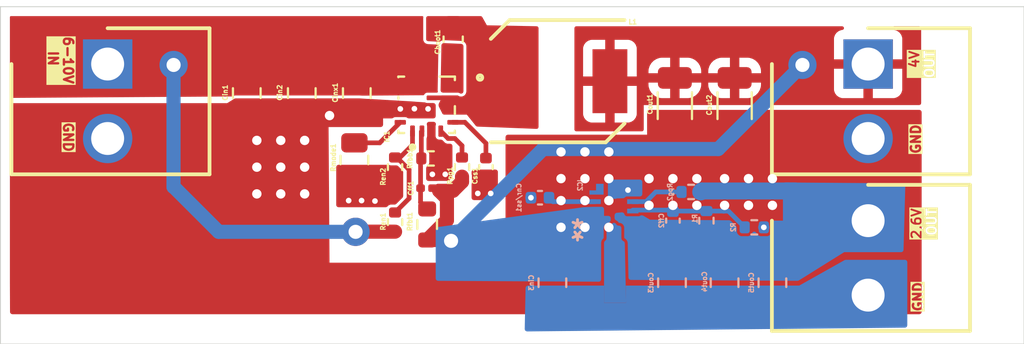
<source format=kicad_pcb>
(kicad_pcb (version 20240108) (generator "pcbnew") (generator_version "8.0")
  (layers (0 "F.Cu" mixed) (1 "In1.Cu" mixed) (2 "In2.Cu" power) (31 "B.Cu" signal) (34 "B.Paste" user) (35 "F.Paste" user) (36 "B.SilkS" user "B.Silkscreen") (37 "F.SilkS" user "F.Silkscreen") (38 "B.Mask" user) (39 "F.Mask" user) (44 "Edge.Cuts" user))
  (net 0 "")
  (net 1 "/SW_Buck")
  (net 2 "/BOOT_Buck")
  (net 3 "/FB_Buck")
  (net 4 "/FB_LDO")
  (net 5 "/Vout2_2,6V")
  (net 6 "/Vin_6V")
  (net 7 "AGND")
  (net 8 "/NR_SS_LDO")
  (net 9 "/SS_Buck")
  (net 10 "/EN_Buck")
  (net 11 "/MODE_Buck")
  (net 12 "/PG_Buck")
  (net 13 "/PG_LDO")
  (net 14 "PGND")
  (net 15 "/Vout1_4V")
  (footprint "Capacitor_SMD:C_1206_3216Metric" (layer "F.Cu") (at 118.364 37.369 -90)
    (property "Reference" "Cout1" (at -0.0818 1.3208 90) (layer "F.SilkS") (effects (font (size 0.25 0.25))))
    (property "Value" "47uF")
    (fp_line (start -0.711252 0.91) (end 0.711252 0.91) (stroke (width 0.12)) (layer "F.SilkS"))
    (fp_line (start -0.711252 -0.91) (end 0.711252 -0.91) (stroke (width 0.12)) (layer "F.SilkS"))
    (pad "1" smd roundrect (at -1.475 0 270) (size 1.15 1.8) (layers "F.Cu" "F.Paste" "F.Mask") (roundrect_rratio 0.217391) (net 15 "/Vout1_4V"))
    (pad "2" smd roundrect (at 1.475 0 270) (size 1.15 1.8) (layers "F.Cu" "F.Paste" "F.Mask") (roundrect_rratio 0.217391) (net 14 "PGND"))
  )
  (footprint "Capacitor_SMD:C_0402_1005Metric" (layer "F.Cu") (at 108.331 40.64 -90)
    (property "Reference" "Css1" (at 0.4572 0.5842 90) (layer "F.SilkS") (effects (font (size 0.25 0.25))))
    (property "Value" "22nF")
    (fp_line (start -0.107836 0.36) (end 0.107836 0.36) (stroke (width 0.12)) (layer "F.SilkS"))
    (fp_line (start -0.107836 -0.36) (end 0.107836 -0.36) (stroke (width 0.12)) (layer "F.SilkS"))
    (pad "1" smd roundrect (at -0.48 0 270) (size 0.56 0.62) (layers "F.Cu" "F.Paste" "F.Mask") (net 9 "/SS_Buck"))
    (pad "2" smd roundrect (at 0.48 0 270) (size 0.56 0.62) (layers "F.Cu" "F.Paste" "F.Mask") (net 7 "AGND"))
  )
  (footprint "Capacitor_SMD:C_0805_2012Metric" (layer "F.Cu") (at 98.552 36.703 -90)
    (property "Reference" "Cin2" (at -0.0254 1.1684 90) (layer "F.SilkS") (effects (font (size 0.25 0.25))))
    (property "Value" "10uF")
    (fp_line (start -0.261252 0.735) (end 0.261252 0.735) (stroke (width 0.12)) (layer "F.SilkS"))
    (fp_line (start -0.261252 -0.735) (end 0.261252 -0.735) (stroke (width 0.12)) (layer "F.SilkS"))
    (pad "1" smd roundrect (at -0.95 0 270) (size 1 1.45) (layers "F.Cu" "F.Paste" "F.Mask") (net 6 "/Vin_6V"))
    (pad "2" smd roundrect (at 0.95 0 270) (size 1 1.45) (layers "F.Cu" "F.Paste" "F.Mask") (net 14 "PGND"))
  )
  (footprint "Resistor_SMD:R_0402_1005Metric" (layer "F.Cu") (at 105.41 40.176)
    (property "Reference" "Rfbb1" (at -1.1176 0.0068 90) (layer "F.SilkS") (effects (font (size 0.25 0.25))))
    (property "Value" "5.23k")
    (fp_line (start -0.153641 -0.38) (end 0.153641 -0.38) (stroke (width 0.12)) (layer "F.SilkS"))
    (fp_line (start -0.153641 0.38) (end 0.153641 0.38) (stroke (width 0.12)) (layer "F.SilkS"))
    (pad "1" smd roundrect (at -0.51 0) (size 0.54 0.64) (layers "F.Cu" "F.Paste" "F.Mask") (net 3 "/FB_Buck"))
    (pad "2" smd roundrect (at 0.51 0) (size 0.54 0.64) (layers "F.Cu" "F.Paste" "F.Mask") (net 7 "AGND"))
  )
  (footprint "Resistor_SMD:R_0402_1005Metric" (layer "F.Cu") (at 103.505 43.561 90)
    (property "Reference" "Ren1" (at 0.0254 -0.635 90) (layer "F.SilkS") (effects (font (size 0.25 0.25))))
    (property "Value" "150k")
    (fp_line (start -0.153641 -0.38) (end 0.153641 -0.38) (stroke (width 0.12)) (layer "F.SilkS"))
    (fp_line (start -0.153641 0.38) (end 0.153641 0.38) (stroke (width 0.12)) (layer "F.SilkS"))
    (pad "1" smd roundrect (at -0.51 0 90) (size 0.54 0.64) (layers "F.Cu" "F.Paste" "F.Mask") (net 6 "/Vin_6V"))
    (pad "2" smd roundrect (at 0.51 0 90) (size 0.54 0.64) (layers "F.Cu" "F.Paste" "F.Mask") (net 10 "/EN_Buck"))
  )
  (footprint "supadupaconnector:SHDR2W155P0X396_1X2_777X1001X1184P" (layer "F.Cu") (at 128.628 35.156 -90)
    (property "Reference" "J2" (at 0 0 90) (layer "F.SilkS") (effects (font (size 0.25 0.25) (thickness 0.254))))
    (property "Value" "B2P-VH_LF__SN_" (hide yes))
    (fp_line (start 0 5.11) (end 5.865 5.11) (stroke (width 0.2)) (layer "F.SilkS"))
    (fp_line (start 5.865 5.11) (end 5.865 -5.41) (stroke (width 0.2)) (layer "F.SilkS"))
    (fp_line (start -1.905 -5.41) (end -1.905 0) (stroke (width 0.2)) (layer "F.SilkS"))
    (fp_line (start 5.865 -5.41) (end -1.905 -5.41) (stroke (width 0.2)) (layer "F.SilkS"))
    (pad "1" thru_hole rect (at 0 0 270) (size 2.625 2.625) (drill 1.75) (layers "*.Cu" "*.Mask") (net 15 "/Vout1_4V"))
    (pad "2" thru_hole circle (at 3.96 0 270) (size 2.625 2.625) (drill 1.75) (layers "*.Cu" "*.Mask") (net 14 "PGND"))
  )
  (footprint "TPS56837RPAR:CONV_TPS56837RPAR" (layer "F.Cu") (at 105.182002 37.324001 90)
    (property "Reference" "IC1" (at -1.690399 -2.108802 90) (layer "F.SilkS") (effects (font (size 0.25 0.25) (thickness 0.0625))))
    (property "Value" "TPS56837RPAR")
    (fp_line (start 1.47 -1.5) (end 1.5 -1.5) (stroke (width 0.127)) (layer "F.SilkS"))
    (fp_line (start 0.43 -1.5) (end 0.31 -1.5) (stroke (width 0.127)) (layer "F.SilkS"))
    (fp_line (start -1.375 -1.5) (end -1.5 -1.5) (stroke (width 0.127)) (layer "F.SilkS"))
    (fp_line (start -1.5 -1.5) (end -1.5 -1.195) (stroke (width 0.127)) (layer "F.SilkS"))
    (fp_line (start 1.5 -1.195) (end 1.5 -1.5) (stroke (width 0.127)) (layer "F.SilkS"))
    (fp_line (start 1.5 1.5) (end 1.5 0.695) (stroke (width 0.127)) (layer "F.SilkS"))
    (fp_line (start 1.315 1.5) (end 1.5 1.5) (stroke (width 0.127)) (layer "F.SilkS"))
    (fp_line (start -0.485 1.5) (end -0.075 1.5) (stroke (width 0.127)) (layer "F.SilkS"))
    (fp_line (start -1.375 1.5) (end -1.5 1.5) (stroke (width 0.127)) (layer "F.SilkS"))
    (fp_line (start -1.5 1.5) (end -1.5 1.195) (stroke (width 0.127)) (layer "F.SilkS"))
    (fp_circle (center -2.25 -0.75) (end -2.15 -0.75) (stroke (width 0.2)) (fill none) (layer "F.SilkS"))
    (pad "1" smd roundrect (at -1.4 -0.75 90) (size 0.6 0.25) (layers "F.Cu") (roundrect_rratio 0.2) (net 10 "/EN_Buck"))
    (pad "2" smd roundrect (at -1.4 -0.25 90) (size 0.6 0.25) (layers "F.Cu") (roundrect_rratio 0.2) (net 3 "/FB_Buck"))
    (pad "3" smd roundrect (at -1.4 0.25 90) (size 0.6 0.25) (layers "F.Cu") (roundrect_rratio 0.2) (net 7 "AGND"))
    (pad "4" smd roundrect (at -1.4 0.75 90) (size 0.6 0.25) (layers "F.Cu") (roundrect_rratio 0.2) (net 12 "/PG_Buck"))
    (pad "5" smd roundrect (at -0.93 1.4 90) (size 0.25 0.6) (layers "F.Cu") (roundrect_rratio 0.2) (net 9 "/SS_Buck"))
    (pad "6" smd roundrect (at 0.37 0.85 90) (size 0.25 1.7) (layers "F.Cu") (roundrect_rratio 0.2) (net 1 "/SW_Buck"))
    (pad "7" smd roundrect (at 0.87 1.4 90) (size 0.25 0.6) (layers "F.Cu") (roundrect_rratio 0.2) (net 2 "/BOOT_Buck"))
    (pad "8" smd custom (at 0.95 -0.65 90) (size 0.25 1.8) (layers "F.Cu") (net 6 "/Vin_6V") (options (clearance outline) (anchor rect)) (primitives (gr_poly (pts (xy 0.15 -1.05) (xy -0.15 -1.05) (xy -0.153 -1.05) (xy -0.155 -1.05) (xy -0.158 -1.049) (xy -0.16 -1.049) (xy -0.163 -1.048) (xy -0.165 -1.048) (xy -0.168 -1.047) (xy -0.17 -1.046) (xy -0.173 -1.045) (xy -0.175 -1.043) (xy -0.177 -1.042) (xy -0.179 -1.04) (xy -0.181 -1.039) (xy -0.183 -1.037) (xy -0.185 -1.035) (xy -0.187 -1.033) (xy -0.189 -1.031) (xy -0.19 -1.029) (xy -0.192 -1.027) (xy -0.193 -1.025) (xy -0.195 -1.023) (xy -0.196 -1.02) (xy -0.197 -1.018) (xy -0.198 -1.015) (xy -0.198 -1.013) (xy -0.199 -1.01) (xy -0.199 -1.008) (xy -0.2 -1.005) (xy -0.2 -1.003) (xy -0.2 -1) (xy -0.2 1) (xy -0.2 1.003) (xy -0.2 1.005) (xy -0.199 1.008) (xy -0.199 1.01) (xy -0.198 1.013) (xy -0.198 1.015) (xy -0.197 1.018) (xy -0.196 1.02) (xy -0.195 1.023) (xy -0.193 1.025) (xy -0.192 1.027) (xy -0.19 1.029) (xy -0.189 1.031) (xy -0.187 1.033) (xy -0.185 1.035) (xy -0.183 1.037) (xy -0.181 1.039) (xy -0.179 1.04) (xy -0.177 1.042) (xy -0.175 1.043) (xy -0.173 1.045) (xy -0.17 1.046) (xy -0.168 1.047) (xy -0.165 1.048) (xy -0.163 1.048) (xy -0.16 1.049) (xy -0.158 1.049) (xy -0.155 1.05) (xy -0.153 1.05) (xy -0.15 1.05) (xy 0.2 1.05) (xy 0.2 1.025) (xy 0.71 1.025) (xy 0.713 1.025) (xy 0.715 1.025) (xy 0.718 1.024) (xy 0.72 1.024) (xy 0.723 1.023) (xy 0.725 1.023) (xy 0.728 1.022) (xy 0.73 1.021) (xy 0.733 1.02) (xy 0.735 1.018) (xy 0.737 1.017) (xy 0.739 1.015) (xy 0.741 1.014) (xy 0.743 1.012) (xy 0.745 1.01) (xy 0.747 1.008) (xy 0.749 1.006) (xy 0.75 1.004) (xy 0.752 1.002) (xy 0.753 1) (xy 0.755 0.998) (xy 0.756 0.995) (xy 0.757 0.993) (xy 0.758 0.99) (xy 0.758 0.988) (xy 0.759 0.985) (xy 0.759 0.983) (xy 0.76 0.98) (xy 0.76 0.978) (xy 0.76 0.975) (xy 0.76 0.825) (xy 0.76 0.822) (xy 0.76 0.82) (xy 0.759 0.817) (xy 0.759 0.815) (xy 0.758 0.812) (xy 0.758 0.81) (xy 0.757 0.807) (xy 0.756 0.805) (xy 0.755 0.802) (xy 0.753 0.8) (xy 0.752 0.798) (xy 0.75 0.796) (xy 0.749 0.794) (xy 0.747 0.792) (xy 0.745 0.79) (xy 0.743 0.788) (xy 0.741 0.786) (xy 0.739 0.785) (xy 0.737 0.783) (xy 0.735 0.782) (xy 0.733 0.78) (xy 0.73 0.779) (xy 0.728 0.778) (xy 0.725 0.777) (xy 0.723 0.777) (xy 0.72 0.776) (xy 0.718 0.776) (xy 0.715 0.775) (xy 0.713 0.775) (xy 0.71 0.775) (xy 0.2 0.775) (xy 0.2 0.525) (xy 0.71 0.525) (xy 0.713 0.525) (xy 0.715 0.525) (xy 0.718 0.524) (xy 0.72 0.524) (xy 0.723 0.523) (xy 0.725 0.523) (xy 0.728 0.522) (xy 0.73 0.521) (xy 0.733 0.52) (xy 0.735 0.518) (xy 0.737 0.517) (xy 0.739 0.515) (xy 0.741 0.514) (xy 0.743 0.512) (xy 0.745 0.51) (xy 0.747 0.508) (xy 0.749 0.506) (xy 0.75 0.504) (xy 0.752 0.502) (xy 0.753 0.5) (xy 0.755 0.498) (xy 0.756 0.495) (xy 0.757 0.493) (xy 0.758 0.49) (xy 0.758 0.488) (xy 0.759 0.485) (xy 0.759 0.483) (xy 0.76 0.48) (xy 0.76 0.478) (xy 0.76 0.475) (xy 0.76 0.325) (xy 0.76 0.322) (xy 0.76 0.32) (xy 0.759 0.317) (xy 0.759 0.315) (xy 0.758 0.312) (xy 0.758 0.31) (xy 0.757 0.307) (xy 0.756 0.305) (xy 0.755 0.302) (xy 0.753 0.3) (xy 0.752 0.298) (xy 0.75 0.296) (xy 0.749 0.294) (xy 0.747 0.292) (xy 0.745 0.29) (xy 0.743 0.288) (xy 0.741 0.286) (xy 0.739 0.285) (xy 0.737 0.283) (xy 0.735 0.282) (xy 0.733 0.28) (xy 0.73 0.279) (xy 0.728 0.278) (xy 0.725 0.277) (xy 0.723 0.277) (xy 0.72 0.276) (xy 0.718 0.276) (xy 0.715 0.275) (xy 0.713 0.275) (xy 0.71 0.275) (xy 0.2 0.275) (xy 0.2 0.025) (xy 0.71 0.025) (xy 0.713 0.025) (xy 0.715 0.025) (xy 0.718 0.024) (xy 0.72 0.024) (xy 0.723 0.023) (xy 0.725 0.023) (xy 0.728 0.022) (xy 0.73 0.021) (xy 0.733 0.02) (xy 0.735 0.018) (xy 0.737 0.017) (xy 0.739 0.015) (xy 0.741 0.014) (xy 0.743 0.012) (xy 0.745 0.01) (xy 0.747 0.008) (xy 0.749 0.006) (xy 0.75 0.004) (xy 0.752 0.002) (xy 0.753 0) (xy 0.755 -0.002) (xy 0.756 -0.005) (xy 0.757 -0.007) (xy 0.758 -0.01) (xy 0.758 -0.012) (xy 0.759 -0.015) (xy 0.759 -0.017) (xy 0.76 -0.02) (xy 0.76 -0.022) (xy 0.76 -0.025) (xy 0.76 -0.175) (xy 0.76 -0.178) (xy 0.76 -0.18) (xy 0.759 -0.183) (xy 0.759 -0.185) (xy 0.758 -0.188) (xy 0.758 -0.19) (xy 0.757 -0.193) (xy 0.756 -0.195) (xy 0.755 -0.198) (xy 0.753 -0.2) (xy 0.752 -0.202) (xy 0.75 -0.204) (xy 0.749 -0.206) (xy 0.747 -0.208) (xy 0.745 -0.21) (xy 0.743 -0.212) (xy 0.741 -0.214) (xy 0.739 -0.215) (xy 0.737 -0.217) (xy 0.735 -0.218) (xy 0.733 -0.22) (xy 0.73 -0.221) (xy 0.728 -0.222) (xy 0.725 -0.223) (xy 0.723 -0.223) (xy 0.72 -0.224) (xy 0.718 -0.224) (xy 0.715 -0.225) (xy 0.713 -0.225) (xy 0.71 -0.225) (xy 0.2 -0.225) (xy 0.2 -1) (xy 0.2 -1.003) (xy 0.2 -1.005) (xy 0.199 -1.008) (xy 0.199 -1.01) (xy 0.198 -1.013) (xy 0.198 -1.015) (xy 0.197 -1.018) (xy 0.196 -1.02) (xy 0.195 -1.023) (xy 0.193 -1.025) (xy 0.192 -1.027) (xy 0.19 -1.029) (xy 0.189 -1.031) (xy 0.187 -1.033) (xy 0.185 -1.035) (xy 0.183 -1.037) (xy 0.181 -1.039) (xy 0.179 -1.04) (xy 0.177 -1.042) (xy 0.175 -1.043) (xy 0.173 -1.045) (xy 0.17 -1.046) (xy 0.168 -1.047) (xy 0.165 -1.048) (xy 0.163 -1.048) (xy 0.16 -1.049) (xy 0.158 -1.049) (xy 0.155 -1.05) (xy 0.153 -1.05) (xy 0.15 -1.05)) (width 0.01) (fill yes))))
    (pad "9" smd roundrect (at -0.21 -0.65 90) (size 0.4 2.1) (layers "F.Cu") (roundrect_rratio 0.125) (net 14 "PGND"))
    (pad "10" smd roundrect (at -0.93 -1.4 90) (size 0.25 0.6) (layers "F.Cu") (roundrect_rratio 0.2) (net 11 "/MODE_Buck"))
  )
  (footprint "zzzzinduktor4.7:SPM6530" (layer "F.Cu") (at 112.141 36.068)
    (property "Reference" "L1" (at 3.9878 -3.1496 0) (layer "F.SilkS") (effects (font (size 0.25 0.25) (thickness 0.254))))
    (property "Value" "4.7uH" (hide yes))
    (fp_line (start -3.55 -2.25) (end -2.55 -3.25) (stroke (width 0.2)) (layer "F.SilkS"))
    (fp_line (start -2.55 -3.25) (end 3.55 -3.25) (stroke (width 0.2)) (layer "F.SilkS"))
    (fp_line (start 2.55 3.25) (end -3.55 3.25) (stroke (width 0.2)) (layer "F.SilkS"))
    (fp_line (start 3.55 2.25) (end 2.55 3.25) (stroke (width 0.2)) (layer "F.SilkS"))
    (fp_circle (center -4.126 -0.193) (end -4.126 -0.07343) (stroke (width 0.2)) (fill none) (layer "F.SilkS"))
    (pad "1" smd rect (at -2.775 0) (size 1.85 3.4) (layers "F.Cu" "F.Paste" "F.Mask") (net 1 "/SW_Buck"))
    (pad "2" smd rect (at 2.775 0) (size 1.85 3.4) (layers "F.Cu" "F.Paste" "F.Mask") (net 15 "/Vout1_4V"))
  )
  (footprint "Capacitor_SMD:C_0201_0603Metric" (layer "F.Cu") (at 105.18 41.7576 180)
    (property "Reference" "Cff1" (at 0.8368 0 -90) (layer "F.SilkS") (effects (font (size 0.25 0.25))))
    (property "Value" "150pF")
    (pad "1" smd roundrect (at -0.32 0 180) (size 0.46 0.4) (layers "F.Cu" "F.Mask") (net 15 "/Vout1_4V"))
    (pad "2" smd roundrect (at 0.32 0 180) (size 0.46 0.4) (layers "F.Cu" "F.Mask") (net 3 "/FB_Buck"))
  )
  (footprint "Resistor_SMD:R_0603_1608Metric" (layer "F.Cu") (at 105.21 43.688 90)
    (property "Reference" "Rfbt1" (at 0.1524 -0.9176 90) (layer "F.SilkS") (effects (font (size 0.25 0.25))))
    (property "Value" "30k")
    (fp_line (start -0.237258 -0.5225) (end 0.237258 -0.5225) (stroke (width 0.12)) (layer "F.SilkS"))
    (fp_line (start -0.237258 0.5225) (end 0.237258 0.5225) (stroke (width 0.12)) (layer "F.SilkS"))
    (pad "1" smd roundrect (at -0.825 0 90) (size 0.8 0.95) (layers "F.Cu" "F.Paste" "F.Mask") (net 15 "/Vout1_4V"))
    (pad "2" smd roundrect (at 0.825 0 90) (size 0.8 0.95) (layers "F.Cu" "F.Paste" "F.Mask") (net 3 "/FB_Buck"))
  )
  (footprint "Resistor_SMD:R_0402_1005Metric" (layer "F.Cu") (at 103.505 40.636 90)
    (property "Reference" "Ren2" (at -0.512 -0.635 90) (layer "F.SilkS") (effects (font (size 0.25 0.25))))
    (property "Value" "100k")
    (fp_line (start -0.153641 -0.38) (end 0.153641 -0.38) (stroke (width 0.12)) (layer "F.SilkS"))
    (fp_line (start -0.153641 0.38) (end 0.153641 0.38) (stroke (width 0.12)) (layer "F.SilkS"))
    (pad "1" smd roundrect (at -0.51 0 90) (size 0.54 0.64) (layers "F.Cu" "F.Paste" "F.Mask") (net 7 "AGND"))
    (pad "2" smd roundrect (at 0.51 0 90) (size 0.54 0.64) (layers "F.Cu" "F.Paste" "F.Mask") (net 10 "/EN_Buck"))
  )
  (footprint "supadupaconnector:SHDR2W155P0X396_1X2_777X1001X1184P" (layer "F.Cu") (at 128.628 43.486 -90)
    (property "Reference" "J3" (at 0 0 90) (layer "F.SilkS") (effects (font (size 0.25 0.25) (thickness 0.254))))
    (property "Value" "B2P-VH_LF__SN_" (hide yes))
    (fp_line (start 0 5.11) (end 5.865 5.11) (stroke (width 0.2)) (layer "F.SilkS"))
    (fp_line (start 5.865 5.11) (end 5.865 -5.41) (stroke (width 0.2)) (layer "F.SilkS"))
    (fp_line (start -1.905 -5.41) (end -1.905 0) (stroke (width 0.2)) (layer "F.SilkS"))
    (fp_line (start 5.865 -5.41) (end -1.905 -5.41) (stroke (width 0.2)) (layer "F.SilkS"))
    (pad "1" thru_hole rect (at 0 0 270) (size 2.625 2.625) (drill 1.75) (layers "*.Cu" "*.Mask") (net 5 "/Vout2_2,6V"))
    (pad "2" thru_hole circle (at 3.96 0 270) (size 2.625 2.625) (drill 1.75) (layers "*.Cu" "*.Mask") (net 14 "PGND"))
  )
  (footprint "Capacitor_SMD:C_0805_2012Metric" (layer "F.Cu") (at 95.631 36.703 -90)
    (property "Reference" "Cin1" (at -0.0254 1.143 90) (layer "F.SilkS") (effects (font (size 0.25 0.25) (thickness 0.125))))
    (property "Value" "10uF")
    (fp_line (start -0.261252 0.735) (end 0.261252 0.735) (stroke (width 0.12)) (layer "F.SilkS"))
    (fp_line (start -0.261252 -0.735) (end 0.261252 -0.735) (stroke (width 0.12)) (layer "F.SilkS"))
    (pad "1" smd roundrect (at -0.95 0 270) (size 1 1.45) (layers "F.Cu" "F.Paste" "F.Mask") (net 6 "/Vin_6V"))
    (pad "2" smd roundrect (at 0.95 0 270) (size 1 1.45) (layers "F.Cu" "F.Paste" "F.Mask") (net 14 "PGND"))
  )
  (footprint "Resistor_SMD:R_0805_2012Metric" (layer "F.Cu") (at 101.346 40.259 -90)
    (property "Reference" "Rmode1" (at -0.127 1.1176 90) (layer "F.SilkS") (effects (font (size 0.25 0.25))))
    (property "Value" "30.1k")
    (fp_line (start -0.227064 0.735) (end 0.227064 0.735) (stroke (width 0.12)) (layer "F.SilkS"))
    (fp_line (start -0.227064 -0.735) (end 0.227064 -0.735) (stroke (width 0.12)) (layer "F.SilkS"))
    (pad "1" smd roundrect (at -0.9125 0 270) (size 1.025 1.4) (layers "F.Cu" "F.Paste" "F.Mask") (roundrect_rratio 0.243902) (net 11 "/MODE_Buck"))
    (pad "2" smd roundrect (at 0.9125 0 270) (size 1.025 1.4) (layers "F.Cu" "F.Paste" "F.Mask") (roundrect_rratio 0.243902) (net 7 "AGND"))
  )
  (footprint "Capacitor_SMD:C_1206_3216Metric" (layer "F.Cu") (at 121.539 37.369 -90)
    (property "Reference" "Cout2" (at -0.031 1.3462 90) (layer "F.SilkS") (effects (font (size 0.25 0.25))))
    (property "Value" "47uF")
    (fp_line (start -0.711252 0.91) (end 0.711252 0.91) (stroke (width 0.12)) (layer "F.SilkS"))
    (fp_line (start -0.711252 -0.91) (end 0.711252 -0.91) (stroke (width 0.12)) (layer "F.SilkS"))
    (pad "1" smd roundrect (at -1.475 0 270) (size 1.15 1.8) (layers "F.Cu" "F.Paste" "F.Mask") (roundrect_rratio 0.217391) (net 15 "/Vout1_4V"))
    (pad "2" smd roundrect (at 1.475 0 270) (size 1.15 1.8) (layers "F.Cu" "F.Paste" "F.Mask") (roundrect_rratio 0.217391) (net 14 "PGND"))
  )
  (footprint "supadupaconnector:SHDR2W155P0X396_1X2_777X1001X1184P" (layer "F.Cu") (at 88.242 35.156 -90)
    (property "Reference" "J1" (at 0 0 90) (layer "F.SilkS") (effects (font (size 0.25 0.25) (thickness 0.254))))
    (property "Value" "B2P-VH_LF__SN_" (hide yes))
    (fp_line (start 0 5.11) (end 5.865 5.11) (stroke (width 0.2)) (layer "F.SilkS"))
    (fp_line (start 5.865 5.11) (end 5.865 -5.41) (stroke (width 0.2)) (layer "F.SilkS"))
    (fp_line (start -1.905 -5.41) (end -1.905 0) (stroke (width 0.2)) (layer "F.SilkS"))
    (fp_line (start 5.865 -5.41) (end -1.905 -5.41) (stroke (width 0.2)) (layer "F.SilkS"))
    (pad "1" thru_hole rect (at 0 0 270) (size 2.625 2.625) (drill 1.75) (layers "*.Cu" "*.Mask") (net 6 "/Vin_6V"))
    (pad "2" thru_hole circle (at 3.96 0 270) (size 2.625 2.625) (drill 1.75) (layers "*.Cu" "*.Mask") (net 14 "PGND"))
  )
  (footprint "Resistor_SMD:R_0402_1005Metric" (layer "F.Cu") (at 107.061 40.636 -90)
    (property "Reference" "Rpg1" (at 0.4612 0.635 90) (layer "F.SilkS") (effects (font (size 0.25 0.25))))
    (property "Value" "100k")
    (fp_line (start -0.153641 0.38) (end 0.153641 0.38) (stroke (width 0.12)) (layer "F.SilkS"))
    (fp_line (start -0.153641 -0.38) (end 0.153641 -0.38) (stroke (width 0.12)) (layer "F.SilkS"))
    (pad "1" smd roundrect (at -0.51 0 270) (size 0.54 0.64) (layers "F.Cu" "F.Paste" "F.Mask") (net 12 "/PG_Buck"))
    (pad "2" smd roundrect (at 0.51 0 270) (size 0.54 0.64) (layers "F.Cu" "F.Paste" "F.Mask") (net 15 "/Vout1_4V"))
  )
  (footprint "Capacitor_SMD:C_0603_1608Metric" (layer "F.Cu") (at 106.592001 33.8328 90)
    (property "Reference" "Cboot1" (at -0.1524 -0.826401 90) (layer "F.SilkS") (effects (font (size 0.25 0.25))))
    (property "Value" "100nF")
    (fp_line (start -0.14058 -0.51) (end 0.14058 -0.51) (stroke (width 0.12)) (layer "F.SilkS"))
    (fp_line (start -0.14058 0.51) (end 0.14058 0.51) (stroke (width 0.12)) (layer "F.SilkS"))
    (pad "1" smd roundrect (at -0.775 0 90) (size 0.9 0.95) (layers "F.Cu" "F.Paste" "F.Mask") (net 2 "/BOOT_Buck"))
    (pad "2" smd roundrect (at 0.775 0 90) (size 0.9 0.95) (layers "F.Cu" "F.Paste" "F.Mask") (net 1 "/SW_Buck"))
  )
  (footprint "Capacitor_SMD:C_0805_2012Metric" (layer "F.Cu") (at 101.473 36.703 -90)
    (property "Reference" "Cinx1" (at -0.0254 1.143 90) (layer "F.SilkS") (effects (font (size 0.25 0.25))))
    (property "Value" "100nF")
    (fp_line (start -0.261252 0.735) (end 0.261252 0.735) (stroke (width 0.12)) (layer "F.SilkS"))
    (fp_line (start -0.261252 -0.735) (end 0.261252 -0.735) (stroke (width 0.12)) (layer "F.SilkS"))
    (pad "1" smd roundrect (at -0.95 0 270) (size 1 1.45) (layers "F.Cu" "F.Paste" "F.Mask") (net 6 "/Vin_6V"))
    (pad "2" smd roundrect (at 0.95 0 270) (size 1 1.45) (layers "F.Cu" "F.Paste" "F.Mask") (net 14 "PGND"))
  )
  (footprint "7A53:VQFN-HR12_RPS_TEX" (layer "B.Cu") (at 115.130599 42.9749)
    (property "Reference" "IC2" (at -1.795799 -1.3697 90) (layer "B.SilkS") (effects (font (size 0.25 0.25) (thickness 0.0625)) (justify mirror)))
    (property "Value" "TPS7A53B")
    (fp_text user "*" (at -1.935 1.000252 0) (layer "B.SilkS") (effects (justify mirror)))
    (fp_text user "*" (at -1.935 1.000252 180) (layer "B.SilkS") (effects (justify mirror)))
    (pad "1" smd custom (at -0.75 1.165001) (size 0.4 0.570003) (layers "B.Cu" "B.Paste" "B.Mask") (net 15 "/Vout1_4V") (options (clearance outline) (anchor rect)) (primitives (gr_poly (pts (xy -0.2 0.285002) (xy -0.2 -0.065004) (xy -0.550006 -0.065004) (xy -0.550006 -0.289998) (xy 0.2 -0.290004) (xy 0.2 0.285002)) (width 0) (fill yes))))
    (pad "2" smd rect (at -0.775001 0.500126) (size 1.050011 0.250012) (layers "B.Cu" "B.Paste" "B.Mask") (net 15 "/Vout1_4V"))
    (pad "3" smd rect (at -1.000001 0) (size 0.6 0.25) (layers "B.Cu" "B.Paste" "B.Mask") (net 15 "/Vout1_4V"))
    (pad "4" smd rect (at -1.000001 -0.500126) (size 0.6 0.25) (layers "B.Cu" "B.Paste" "B.Mask") (net 8 "/NR_SS_LDO"))
    (pad "5" smd custom (at -0.750001 -0.9875) (size 0.127 0.127) (layers "B.Cu" "B.Paste" "B.Mask") (options (clearance outline) (anchor rect)) (primitives (gr_poly (pts (xy -0.199999 -0.462503) (xy -0.199999 -0.112497) (xy -0.550005 -0.112497) (xy -0.550005 0.112503) (xy 0.200001 0.112503) (xy 0.200001 -0.462503)) (width 0) (fill yes))))
    (pad "6" smd rect (at 0 -1.05) (size 0.250012 0.799998) (layers "B.Cu" "B.Paste" "B.Mask") (net 14 "PGND"))
    (pad "7" smd custom (at 0.749999 -0.9875) (size 0.127 0.127) (layers "B.Cu" "B.Paste" "B.Mask") (net 14 "PGND") (options (clearance outline) (anchor rect)) (primitives (gr_poly (pts (xy 0.200001 -0.462503) (xy 0.200001 -0.112497) (xy 0.550007 -0.112497) (xy 0.550007 0.112503) (xy -0.199999 0.112503) (xy -0.199999 -0.462503)) (width 0) (fill yes))))
    (pad "8" smd rect (at 1.000001 -0.500126) (size 0.6 0.25) (layers "B.Cu" "B.Paste" "B.Mask") (net 13 "/PG_LDO"))
    (pad "9" smd rect (at 1.000001 0) (size 0.6 0.25) (layers "B.Cu" "B.Paste" "B.Mask") (net 4 "/FB_LDO"))
    (pad "10" smd rect (at 0.775001 0.500126) (size 1.050011 0.250012) (layers "B.Cu" "B.Paste" "B.Mask") (net 5 "/Vout2_2,6V"))
    (pad "11" smd custom (at 0.750001 0.9875) (size 0.127 0.127) (layers "B.Cu" "B.Paste" "B.Mask") (net 5 "/Vout2_2,6V") (options (clearance outline) (anchor rect)) (primitives (gr_poly (pts (xy 0.199999 0.462503) (xy 0.199999 0.112497) (xy 0.550005 0.112497) (xy 0.550005 -0.112497) (xy -0.200001 -0.112503) (xy -0.200001 0.462503)) (width 0) (fill yes))))
    (pad "12" smd rect (at 0 1.15 270) (size 0.6 0.25) (layers "B.Cu" "B.Paste" "B.Mask") (net 14 "PGND"))
  )
  (footprint "Resistor_SMD:R_0402_1005Metric" (layer "B.Cu") (at 122.5824 43.8404)
    (property "Reference" "R2" (at -1.1196 0 90) (layer "B.SilkS") (effects (font (size 0.25 0.25) (thickness 0.0625)) (justify mirror)))
    (property "Value" "2.87k")
    (fp_line (start 0.153641 -0.38) (end -0.153641 -0.38) (stroke (width 0.12)) (layer "B.SilkS"))
    (fp_line (start 0.153641 0.38) (end -0.153641 0.38) (stroke (width 0.12)) (layer "B.SilkS"))
    (pad "1" smd roundrect (at -0.51 0) (size 0.54 0.64) (layers "B.Cu" "B.Paste" "B.Mask") (net 4 "/FB_LDO"))
    (pad "2" smd roundrect (at 0.51 0) (size 0.54 0.64) (layers "B.Cu" "B.Paste" "B.Mask") (net 14 "PGND"))
  )
  (footprint "Resistor_SMD:R_0805_2012Metric" (layer "B.Cu") (at 123.5456 46.7849 -90)
    (property "Reference" "Cout5" (at 0 1.1176 90) (layer "B.SilkS") (effects (font (size 0.25 0.25) (thickness 0.0625)) (justify mirror)))
    (property "Value" "47uF")
    (fp_line (start 0.227064 0.735) (end -0.227064 0.735) (stroke (width 0.12)) (layer "B.SilkS"))
    (fp_line (start 0.227064 -0.735) (end -0.227064 -0.735) (stroke (width 0.12)) (layer "B.SilkS"))
    (pad "1" smd roundrect (at -0.9125 0 270) (size 1.025 1.4) (layers "B.Cu" "B.Paste" "B.Mask") (roundrect_rratio 0.243902) (net 5 "/Vout2_2,6V"))
    (pad "2" smd roundrect (at 0.9125 0 270) (size 1.025 1.4) (layers "B.Cu" "B.Paste" "B.Mask") (roundrect_rratio 0.243902) (net 14 "PGND"))
  )
  (footprint "Resistor_SMD:R_0402_1005Metric" (layer "B.Cu") (at 119.2276 41.9589)
    (property "Reference" "Rpg2" (at -1.1176 0.0019 -90) (layer "B.SilkS") (effects (font (size 0.25 0.25) (thickness 0.0625)) (justify mirror)))
    (property "Value" "100k")
    (fp_line (start 0.153641 -0.38) (end -0.153641 -0.38) (stroke (width 0.12)) (layer "B.SilkS"))
    (fp_line (start 0.153641 0.38) (end -0.153641 0.38) (stroke (width 0.12)) (layer "B.SilkS"))
    (pad "1" smd roundrect (at -0.51 0) (size 0.54 0.64) (layers "B.Cu" "B.Paste" "B.Mask") (net 13 "/PG_LDO"))
    (pad "2" smd roundrect (at 0.51 0) (size 0.54 0.64) (layers "B.Cu" "B.Paste" "B.Mask") (net 5 "/Vout2_2,6V"))
  )
  (footprint "Capacitor_SMD:C_0402_1005Metric" (layer "B.Cu") (at 118.262402 43.4849 90)
    (property "Reference" "Cff2" (at 0.0001 -0.609602 90) (layer "B.SilkS") (effects (font (size 0.25 0.25) (thickness 0.0625)) (justify mirror)))
    (property "Value" "10nF")
    (fp_line (start 0.107836 -0.36) (end -0.107836 -0.36) (stroke (width 0.12)) (layer "B.SilkS"))
    (fp_line (start 0.107836 0.36) (end -0.107836 0.36) (stroke (width 0.12)) (layer "B.SilkS"))
    (pad "1" smd roundrect (at -0.48 0 90) (size 0.56 0.62) (layers "B.Cu" "B.Paste" "B.Mask") (net 5 "/Vout2_2,6V"))
    (pad "2" smd roundrect (at 0.48 0 90) (size 0.56 0.62) (layers "B.Cu" "B.Paste" "B.Mask") (net 4 "/FB_LDO"))
  )
  (footprint "Resistor_SMD:R_0805_2012Metric" (layer "B.Cu") (at 121.0056 46.7849 -90)
    (property "Reference" "Cout4" (at -0.0489 1.0668 90) (layer "B.SilkS") (effects (font (size 0.25 0.25) (thickness 0.0625)) (justify mirror)))
    (property "Value" "10uF")
    (fp_line (start 0.227064 0.735) (end -0.227064 0.735) (stroke (width 0.12)) (layer "B.SilkS"))
    (fp_line (start 0.227064 -0.735) (end -0.227064 -0.735) (stroke (width 0.12)) (layer "B.SilkS"))
    (pad "1" smd roundrect (at -0.9125 0 270) (size 1.025 1.4) (layers "B.Cu" "B.Paste" "B.Mask") (roundrect_rratio 0.243902) (net 5 "/Vout2_2,6V"))
    (pad "2" smd roundrect (at 0.9125 0 270) (size 1.025 1.4) (layers "B.Cu" "B.Paste" "B.Mask") (roundrect_rratio 0.243902) (net 14 "PGND"))
  )
  (footprint "Capacitor_SMD:C_0402_1005Metric" (layer "B.Cu") (at 111.2012 42.2656 180)
    (property "Reference" "Cnr/ss1" (at 1.1176 0 90) (layer "B.SilkS") (effects (font (size 0.25 0.25) (thickness 0.0625)) (justify mirror)))
    (property "Value" "10nF")
    (fp_line (start 0.107836 0.36) (end -0.107836 0.36) (stroke (width 0.12)) (layer "B.SilkS"))
    (fp_line (start 0.107836 -0.36) (end -0.107836 -0.36) (stroke (width 0.12)) (layer "B.SilkS"))
    (pad "1" smd roundrect (at -0.48 0 180) (size 0.56 0.62) (layers "B.Cu" "B.Paste" "B.Mask") (net 8 "/NR_SS_LDO"))
    (pad "2" smd roundrect (at 0.48 0 180) (size 0.56 0.62) (layers "B.Cu" "B.Paste" "B.Mask") (net 14 "PGND"))
  )
  (footprint "Resistor_SMD:R_0805_2012Metric" (layer "B.Cu") (at 111.8616 46.7849 -90)
    (property "Reference" "Cin3" (at 0.0019 1.1176 90) (layer "B.SilkS") (effects (font (size 0.25 0.25) (thickness 0.0625)) (justify mirror)))
    (property "Value" "47uF")
    (fp_line (start 0.227064 0.735) (end -0.227064 0.735) (stroke (width 0.12)) (layer "B.SilkS"))
    (fp_line (start 0.227064 -0.735) (end -0.227064 -0.735) (stroke (width 0.12)) (layer "B.SilkS"))
    (pad "1" smd roundrect (at -0.9125 0 270) (size 1.025 1.4) (layers "B.Cu" "B.Paste" "B.Mask") (roundrect_rratio 0.243902) (net 15 "/Vout1_4V"))
    (pad "2" smd roundrect (at 0.9125 0 270) (size 1.025 1.4) (layers "B.Cu" "B.Paste" "B.Mask") (roundrect_rratio 0.243902) (net 14 "PGND"))
  )
  (footprint "Resistor_SMD:R_0805_2012Metric" (layer "B.Cu") (at 118.2116 46.7849 -90)
    (property "Reference" "Cout3" (at 0.0019 1.1176 90) (layer "B.SilkS") (effects (font (size 0.25 0.25) (thickness 0.0625)) (justify mirror)))
    (property "Value" "10uF")
    (fp_line (start 0.227064 0.735) (end -0.227064 0.735) (stroke (width 0.12)) (layer "B.SilkS"))
    (fp_line (start 0.227064 -0.735) (end -0.227064 -0.735) (stroke (width 0.12)) (layer "B.SilkS"))
    (pad "1" smd roundrect (at -0.9125 0 270) (size 1.025 1.4) (layers "B.Cu" "B.Paste" "B.Mask") (roundrect_rratio 0.243902) (net 5 "/Vout2_2,6V"))
    (pad "2" smd roundrect (at 0.9125 0 270) (size 1.025 1.4) (layers "B.Cu" "B.Paste" "B.Mask") (roundrect_rratio 0.243902) (net 14 "PGND"))
  )
  (footprint "Resistor_SMD:R_0402_1005Metric" (layer "B.Cu") (at 120.040402 43.4849 90)
    (property "Reference" "R1" (at 0.1017 -0.609602 90) (layer "B.SilkS") (effects (font (size 0.25 0.25) (thickness 0.0625)) (justify mirror)))
    (property "Value" "12.1k")
    (fp_line (start 0.153641 -0.38) (end -0.153641 -0.38) (stroke (width 0.12)) (layer "B.SilkS"))
    (fp_line (start 0.153641 0.38) (end -0.153641 0.38) (stroke (width 0.12)) (layer "B.SilkS"))
    (pad "1" smd roundrect (at -0.51 0 90) (size 0.54 0.64) (layers "B.Cu" "B.Paste" "B.Mask") (net 5 "/Vout2_2,6V"))
    (pad "2" smd roundrect (at 0.51 0 90) (size 0.54 0.64) (layers "B.Cu" "B.Paste" "B.Mask") (net 4 "/FB_LDO"))
  )
  (gr_line (start 82.55 32.1056) (end 82.55 50.038) (stroke (width 0.05)) (layer "Edge.Cuts"))
  (gr_line (start 136.906 50.038) (end 136.906 32.1056) (stroke (width 0.05)) (layer "Edge.Cuts"))
  (gr_line (start 136.906 50.038) (end 82.55 50.038) (stroke (width 0.05)) (layer "Edge.Cuts"))
  (gr_line (start 136.906 32.1056) (end 82.55 32.1056) (stroke (width 0.05)) (layer "Edge.Cuts"))
  (gr_text "  2,6V\nOUT" (at 132.295028 42.7736 90) (layer "F.SilkS" knockout) (effects (font (size 0.5 0.5) (thickness 0.1) (bold yes)) (justify right bottom)))
  (gr_text "GND" (at 131.458572 38.3032 90) (layer "F.SilkS" knockout) (effects (font (size 0.5 0.5) (thickness 0.125) (bold yes)) (justify right bottom)))
  (gr_text "GND" (at 131.572 46.6852 90) (layer "F.SilkS" knockout) (effects (font (size 0.5 0.5) (thickness 0.125) (bold yes)) (justify right bottom)))
  (gr_text "  4V\nOUT" (at 132.1816 34.3916 90) (layer "F.SilkS" knockout) (effects (font (size 0.5 0.5) (thickness 0.1) (bold yes)) (justify right bottom)))
  (gr_text "6-10V\n  IN" (at 85.047028 33.6296 270) (layer "F.SilkS" knockout) (effects (font (size 0.5 0.5) (thickness 0.125) (bold yes)) (justify left bottom)))
  (gr_text "GND" (at 85.852 38.2016 270) (layer "F.SilkS" knockout) (effects (font (size 0.5 0.5) (thickness 0.125) (bold yes)) (justify left bottom)))
  (segment (start 106.582002 34.522999) (end 106.592001 34.513) (width 0.25) (layer "F.Cu") (net 2))
  (segment (start 104.86 41.7576) (end 104.86 40.216) (width 0.25) (layer "F.Cu") (net 3))
  (segment (start 104.9 40.176) (end 104.9 38.756003) (width 0.25) (layer "F.Cu") (net 3))
  (segment (start 104.86 40.216) (end 104.9 40.176) (width 0.25) (layer "F.Cu") (net 3))
  (segment (start 104.86 42.513) (end 104.86 41.7576) (width 0.25) (layer "F.Cu") (net 3))
  (segment (start 104.9 38.756003) (end 104.932002 38.724001) (width 0.25) (layer "F.Cu") (net 3))
  (segment (start 105.21 42.863) (end 104.86 42.513) (width 0.25) (layer "F.Cu") (net 3))
  (segment (start 118.262402 43.0049) (end 118.182522 42.92502) (width 0.25) (layer "B.Cu") (net 4))
  (segment (start 120.9548 42.9768) (end 120.9529 42.9749) (width 0.25) (layer "B.Cu") (net 4))
  (segment (start 118.182522 42.92502) (end 116.1306 42.92502) (width 0.25) (layer "B.Cu") (net 4))
  (segment (start 122.0724 43.8404) (end 121.2088 42.9768) (width 0.25) (layer "B.Cu") (net 4))
  (segment (start 120.9529 42.9749) (end 120.040402 42.9749) (width 0.25) (layer "B.Cu") (net 4))
  (segment (start 118.292402 42.9749) (end 118.262402 43.0049) (width 0.25) (layer "B.Cu") (net 4))
  (segment (start 121.2088 42.9768) (end 120.9548 42.9768) (width 0.25) (layer "B.Cu") (net 4))
  (segment (start 120.040402 42.9749) (end 118.292402 42.9749) (width 0.25) (layer "B.Cu") (net 4))
  (segment (start 119.7897 41.9068) (end 124.7616 41.9068) (width 0.9) (layer "B.Cu") (net 5))
  (segment (start 119.7376 41.9589) (end 119.7897 41.9068) (width 0.9) (layer "B.Cu") (net 5))
  (segment (start 101.5218 44.071) (end 101.4984 44.0944) (width 0.75) (layer "F.Cu") (net 6))
  (segment (start 103.505 44.071) (end 101.5218 44.071) (width 0.75) (layer "F.Cu") (net 6))
  (via (at 101.41 44.08) (size 1.5) (drill 0.75) (layers "F.Cu" "B.Cu") (net 6))
  (via (at 91.7448 35.2044) (size 1.5) (drill 0.75) (layers "F.Cu" "B.Cu") (net 6))
  (segment (start 91.74 41.69) (end 91.74 35.2092) (width 0.75) (layer "B.Cu") (net 6))
  (segment (start 101.41 44.08) (end 94.14 44.08) (width 0.75) (layer "B.Cu") (net 6))
  (segment (start 94.14 44.08) (end 91.75 41.69) (width 0.75) (layer "B.Cu") (net 6))
  (segment (start 91.74 35.2092) (end 91.7448 35.2044) (width 0.75) (layer "B.Cu") (net 6))
  (segment (start 91.75 41.69) (end 91.74 41.69) (width 0.75) (layer "B.Cu") (net 6))
  (via blind (at 101.0412 42.418) (size 0.6) (drill 0.3) (layers "F.Cu" "In1.Cu") (net 7))
  (via blind (at 105.4862 41.021) (size 0.6) (drill 0.3) (layers "F.Cu" "In1.Cu") (net 7))
  (via blind (at 102.4382 42.4434) (size 0.6) (drill 0.3) (layers "F.Cu" "In1.Cu") (net 7))
  (via blind (at 107.8992 42.037) (size 0.6) (drill 0.3) (layers "F.Cu" "In1.Cu") (net 7))
  (via blind (at 101.727 42.418) (size 0.6) (drill 0.3) (layers "F.Cu" "In1.Cu") (net 7))
  (via blind (at 106.172 41.021) (size 0.6) (drill 0.3) (layers "F.Cu" "In1.Cu") (net 7))
  (via blind (at 108.585 42.037) (size 0.6) (drill 0.3) (layers "F.Cu" "In1.Cu") (net 7))
  (segment (start 111.6812 42.2656) (end 111.890374 42.474774) (width 0.25) (layer "B.Cu") (net 8))
  (segment (start 111.890374 42.474774) (end 114.130598 42.474774) (width 0.25) (layer "B.Cu") (net 8))
  (segment (start 107.215002 38.254002) (end 106.582002 38.254002) (width 0.25) (layer "F.Cu") (net 9))
  (segment (start 108.331 39.37) (end 107.215002 38.254002) (width 0.25) (layer "F.Cu") (net 9))
  (segment (start 108.331 40.16) (end 108.331 39.37) (width 0.25) (layer "F.Cu") (net 9))
  (segment (start 104.432001 39.458999) (end 104.432001 38.724001) (width 0.25) (layer "F.Cu") (net 10))
  (segment (start 103.600702 40.126) (end 104.25 40.775298) (width 0.25) (layer "F.Cu") (net 10))
  (segment (start 103.765 40.126) (end 104.432001 39.458999) (width 0.25) (layer "F.Cu") (net 10))
  (segment (start 103.505 40.126) (end 103.600702 40.126) (width 0.25) (layer "F.Cu") (net 10))
  (segment (start 104.25 42.306) (end 103.505 43.051) (width 0.25) (layer "F.Cu") (net 10))
  (segment (start 103.505 40.126) (end 103.765 40.126) (width 0.25) (layer "F.Cu") (net 10))
  (segment (start 104.25 40.775298) (end 104.25 42.306) (width 0.25) (layer "F.Cu") (net 10))
  (segment (start 102.689503 39.3465) (end 103.782002 38.254001) (width 0.25) (layer "F.Cu") (net 11))
  (segment (start 101.346 39.3465) (end 102.689503 39.3465) (width 0.25) (layer "F.Cu") (net 11))
  (segment (start 106.324002 39.116) (end 105.932003 38.724001) (width 0.25) (layer "F.Cu") (net 12))
  (segment (start 107.061 39.497) (end 106.68 39.116) (width 0.25) (layer "F.Cu") (net 12))
  (segment (start 106.68 39.116) (end 106.324002 39.116) (width 0.25) (layer "F.Cu") (net 12))
  (segment (start 107.061 40.126) (end 107.061 39.497) (width 0.25) (layer "F.Cu") (net 12))
  (segment (start 118.7176 41.9589) (end 117.3499 41.9589) (width 0.25) (layer "B.Cu") (net 13))
  (segment (start 116.834026 42.474774) (end 116.1306 42.474774) (width 0.25) (layer "B.Cu") (net 13))
  (segment (start 117.3499 41.9589) (end 116.834026 42.474774) (width 0.25) (layer "B.Cu") (net 13))
  (via blind (at 114.8588 39.8272) (size 1) (drill 0.5) (layers "F.Cu" "In2.Cu") (net 14))
  (via blind (at 97.4344 42.0624) (size 1) (drill 0.5) (layers "F.Cu" "In2.Cu") (net 14))
  (via blind (at 113.5888 43.8404) (size 1) (drill 0.5) (layers "F.Cu" "In2.Cu") (net 14))
  (via blind (at 122.2756 41.2496) (size 1) (drill 0.5) (layers "F.Cu" "In2.Cu") (net 14))
  (via blind (at 96.1644 39.2176) (size 1) (drill 0.5) (layers "F.Cu" "In2.Cu") (net 14))
  (via blind (at 118.2624 42.672) (size 1) (drill 0.5) (layers "F.Cu" "In2.Cu") (net 14))
  (via blind (at 119.5324 41.2496) (size 1) (drill 0.5) (layers "F.Cu" "In2.Cu") (net 14))
  (via blind (at 113.5888 42.418) (size 1) (drill 0.5) (layers "F.Cu" "In2.Cu") (net 14))
  (via blind (at 97.4344 39.2176) (size 1) (drill 0.5) (layers "F.Cu" "In2.Cu") (net 14))
  (via blind (at 104.532002 37.534001) (size 0.6) (drill 0.3) (layers "F.Cu" "In2.Cu") (net 14))
  (via blind (at 98.7044 42.0624) (size 1) (drill 0.5) (layers "F.Cu" "In2.Cu") (net 14))
  (via blind (at 116.9924 41.2496) (size 1) (drill 0.5) (layers "F.Cu" "In2.Cu") (net 14))
  (via blind (at 96.1644 42.0624) (size 1) (drill 0.5) (layers "F.Cu" "In2.Cu") (net 14))
  (via blind (at 114.8588 43.8404) (size 1) (drill 0.5) (layers "F.Cu" "In2.Cu") (net 14))
  (via blind (at 113.5888 39.8272) (size 1) (drill 0.5) (layers "F.Cu" "In2.Cu") (net 14))
  (via blind (at 100.0252 37.8968) (size 1) (drill 0.5) (layers "F.Cu" "In2.Cu") (net 14))
  (via blind (at 98.7044 40.64) (size 1) (drill 0.5) (layers "F.Cu" "In2.Cu") (net 14))
  (via blind (at 112.3188 39.8272) (size 1) (drill 0.5) (layers "F.Cu" "In2.Cu") (net 14))
  (via blind (at 103.7844 37.5412) (size 0.6) (drill 0.3) (layers "F.Cu" "In2.Cu") (net 14))
  (via blind (at 105.2576 37.5412) (size 0.6) (drill 0.3) (layers "F.Cu" "In2.Cu") (net 14))
  (via blind (at 112.3188 42.418) (size 1) (drill 0.5) (layers "F.Cu" "In2.Cu") (net 14))
  (via blind (at 122.2756 42.672) (size 1) (drill 0.5) (layers "F.Cu" "In2.Cu") (net 14))
  (via blind (at 118.2624 41.2496) (size 1) (drill 0.5) (layers "F.Cu" "In2.Cu") (net 14))
  (via blind (at 116.9924 42.672) (size 1) (drill 0.5) (layers "F.Cu" "In2.Cu") (net 14))
  (via blind (at 114.8588 42.418) (size 1) (drill 0.5) (layers "F.Cu" "In2.Cu") (net 14))
  (via blind (at 123.5456 41.2496) (size 1) (drill 0.5) (layers "F.Cu" "In2.Cu") (net 14))
  (via blind (at 112.3188 43.8404) (size 1) (drill 0.5) (layers "F.Cu" "In2.Cu") (net 14))
  (via blind (at 114.8588 41.2496) (size 1) (drill 0.5) (layers "F.Cu" "In2.Cu") (net 14))
  (via blind (at 121.0056 42.672) (size 1) (drill 0.5) (layers "F.Cu" "In2.Cu") (net 14))
  (via blind (at 123.5456 42.672) (size 1) (drill 0.5) (layers "F.Cu" "In2.Cu") (net 14))
  (via blind (at 98.7044 39.2176) (size 1) (drill 0.5) (layers "F.Cu" "In2.Cu") (net 14))
  (via blind (at 96.1644 40.64) (size 1) (drill 0.5) (layers "F.Cu" "In2.Cu") (net 14))
  (via blind (at 112.3188 41.2496) (size 1) (drill 0.5) (layers "F.Cu" "In2.Cu") (net 14))
  (via blind (at 97.4344 40.64) (size 1) (drill 0.5) (layers "F.Cu" "In2.Cu") (net 14))
  (via blind (at 119.5324 42.672) (size 1) (drill 0.5) (layers "F.Cu" "In2.Cu") (net 14))
  (via blind (at 121.0056 41.2496) (size 1) (drill 0.5) (layers "F.Cu" "In2.Cu") (net 14))
  (via blind (at 113.5888 41.2496) (size 1) (drill 0.5) (layers "F.Cu" "In2.Cu") (net 14))
  (via blind (at 115.8748 41.8592) (size 0.6) (drill 0.3) (layers "In2.Cu" "B.Cu") (net 14))
  (via blind (at 110.7212 42.2656) (size 0.6) (drill 0.3) (layers "In2.Cu" "B.Cu") (net 14))
  (via blind (at 123.0884 43.8404) (size 0.6) (drill 0.3) (layers "In2.Cu" "B.Cu") (net 14))
  (segment (start 105.21 44.513) (end 106.567 44.513) (width 0.75) (layer "F.Cu") (net 15))
  (segment (start 105.848637 41.896) (end 106.26 42.307363) (width 0.75) (layer "F.Cu") (net 15))
  (segment (start 106.26 43.463) (end 105.21 44.513) (width 0.75) (layer "F.Cu") (net 15))
  (segment (start 107.061 41.146) (end 107.061 41.415999) (width 0.75) (layer "F.Cu") (net 15))
  (segment (start 106.26 42.307363) (end 106.26 43.463) (width 0.75) (layer "F.Cu") (net 15))
  (segment (start 106.580999 41.896) (end 105.848637 41.896) (width 0.75) (layer "F.Cu") (net 15))
  (segment (start 107.061 41.415999) (end 106.580999 41.896) (width 0.75) (layer "F.Cu") (net 15))
  (via (at 125.14 35.2044) (size 1.5) (drill 0.75) (layers "F.Cu" "B.Cu") (net 15))
  (via (at 106.48 44.56) (size 1.5) (drill 0.75) (layers "F.Cu" "B.Cu") (net 15))
  (segment (start 125.14 35.2044) (end 120.6696 39.6748) (width 0.75) (layer "B.Cu") (net 15))
  (segment (start 120.6696 39.6748) (end 111.3652 39.6748) (width 0.75) (layer "B.Cu") (net 15))
  (segment (start 111.3652 39.6748) (end 106.48 44.56) (width 0.75) (layer "B.Cu") (net 15))
  (zone (net 1) (net_name "/SW_Buck") (layer "F.Cu") (priority 1) (connect_pads yes (clearance 0.15)) (min_thickness 0.2) (fill yes (thermal_gap 0.5) (thermal_bridge_width 0.5))
    (polygon (pts (xy 105.156 33.9344) (xy 105.156 31.8008) (xy 107.6706 31.8262) (xy 108.3818 33.0962) (xy 111.125 33.147) (xy 111.125 38.608) (xy 107.823 38.481) (xy 107.315 37.846) (xy 106.045 37.846) (xy 105.791 37.338) (xy 105.918 37.084) (xy 105.918 36.83) (xy 106.172 36.703) (xy 106.172 36.068) (xy 107.0356 34.036)))
  )
  (zone (net 14) (net_name "PGND") (layer "F.Cu") (priority 5) (connect_pads yes (clearance 0.15)) (min_thickness 0.25) (fill yes (thermal_gap 0.5) (thermal_bridge_width 0.5))
    (polygon (pts (xy 105.664 37.2364) (xy 105.664 38.0492) (xy 102.87 38.0492) (xy 102.87 38.5064) (xy 99.9744 38.5064) (xy 100.0252 45.72) (xy 109.3724 45.72) (xy 109.3724 38.9128) (xy 116.8908 38.9128) (xy 116.8908 37.592) (xy 131.4704 37.592) (xy 131.4704 48.4632) (xy 83.058 48.4632) (xy 83.0072 37.2364) (xy 94.5896 37.2364) (xy 94.996 36.9824) (xy 101.6 36.9824) (xy 104.2416 37.1348)))
  )
  (zone (net 7) (net_name "AGND") (layer "F.Cu") (priority 4) (connect_pads yes (clearance 0.15)) (min_thickness 0.25) (fill yes (thermal_gap 0.5) (thermal_bridge_width 0.5))
    (polygon (pts (xy 107.569 40.767) (xy 108.966 40.767) (xy 108.966 42.3926) (xy 107.569 42.3926)))
  )
  (zone (net 2) (net_name "/BOOT_Buck") (layer "F.Cu") (priority 12) (connect_pads yes (clearance 0.15)) (min_thickness 0.25) (fill yes (thermal_gap 0.5) (thermal_bridge_width 0.5))
    (polygon (pts (xy 105.9688 34.036) (xy 107.1372 34.0868) (xy 107.1372 36.7284) (xy 105.918 36.83)))
  )
  (zone (net 7) (net_name "AGND") (layer "F.Cu") (priority 4) (connect_pads yes (clearance 0.15)) (min_thickness 0.25) (fill yes (thermal_gap 0.5) (thermal_bridge_width 0.5))
    (polygon (pts (xy 105.156 38.227) (xy 106.553 38.227) (xy 106.553 41.3766) (xy 105.156 41.3766)))
  )
  (zone (net 15) (net_name "/Vout1_4V") (layer "F.Cu") (priority 2) (connect_pads (clearance 0.15)) (min_thickness 0.2) (fill yes (thermal_gap 0.5) (thermal_bridge_width 0.5))
    (polygon (pts (xy 113.03 38.735) (xy 116.713 38.735) (xy 116.713 37.338) (xy 131.445 37.338) (xy 131.445 33.147) (xy 113.03 33.147)))
  )
  (zone (net 6) (net_name "/Vin_6V") (layer "F.Cu") (connect_pads yes (clearance 0.15)) (min_thickness 0.1) (fill yes (thermal_gap 0.5) (thermal_bridge_width 0.5))
    (polygon (pts (xy 106.7816 36.8046) (xy 106.7816 31.8516) (xy 82.931 31.75) (xy 83.058 36.957)))
  )
  (zone (net 7) (net_name "AGND") (layer "F.Cu") (priority 4) (connect_pads yes (clearance 0.15)) (min_thickness 0.25) (fill yes (thermal_gap 0.5) (thermal_bridge_width 0.5))
    (polygon (pts (xy 100.3808 40.513) (xy 103.9368 40.513) (xy 103.9368 42.7736) (xy 100.3808 42.7736)))
  )
  (zone (net 14) (net_name "PGND") (layer "B.Cu") (priority 14) (connect_pads yes (clearance 0.15)) (min_thickness 0.25) (fill yes (thermal_gap 0.5) (thermal_bridge_width 0.5))
    (polygon (pts (xy 114.808 41.3004) (xy 116.6368 41.3004) (xy 116.6368 42.2656) (xy 114.808 42.3164)))
  )
  (zone (net 15) (net_name "/Vout1_4V") (layer "B.Cu") (priority 9) (connect_pads yes (clearance 0.15)) (min_thickness 0.25) (fill yes (thermal_gap 0.5) (thermal_bridge_width 0.5))
    (polygon (pts (xy 113.4872 42.7736) (xy 114.6048 42.7228) (xy 114.6048 43.2308) (xy 114.9604 43.2308) (xy 114.9604 44.704) (xy 114.9096 46.736) (xy 105.664 46.6852) (xy 105.664 43.8404)))
  )
  (zone (net 5) (net_name "/Vout2_2,6V") (layer "B.Cu") (priority 10) (connect_pads yes (clearance 0.15)) (min_thickness 0.25) (fill yes (thermal_gap 0.5) (thermal_bridge_width 0.5))
    (polygon (pts (xy 115.1636 43.0784) (xy 115.1636 43.7388) (xy 115.4176 43.7388) (xy 115.4176 46.6344) (xy 124.9172 46.6852) (xy 127.3556 45.1612) (xy 130.5052 45.1612) (xy 130.6068 41.5036) (xy 124.1044 41.4528) (xy 124.1044 43.4848) (xy 117.0432 43.434) (xy 116.2812 42.9768)))
  )
  (zone (net 14) (net_name "PGND") (layer "B.Cu") (priority 11) (connect_pads yes (clearance 0.15)) (min_thickness 0.25) (fill yes (thermal_gap 0.5) (thermal_bridge_width 0.5))
    (polygon (pts (xy 110.4392 46.9392) (xy 124.968 46.9392) (xy 127.4064 45.5676) (xy 130.7084 45.5676) (xy 130.7084 49.1744) (xy 110.3884 49.3776)))
  )
  (zone (net 14) (net_name "PGND") (layer "B.Cu") (priority 13) (connect_pads yes (clearance 0.15)) (min_thickness 0.25) (fill yes (thermal_gap 0.5) (thermal_bridge_width 0.5))
    (polygon (pts (xy 115.6716 43.0784) (xy 115.7732 47.8536) (xy 114.6048 47.8536) (xy 114.6048 43.0784)))
  )
)
</source>
